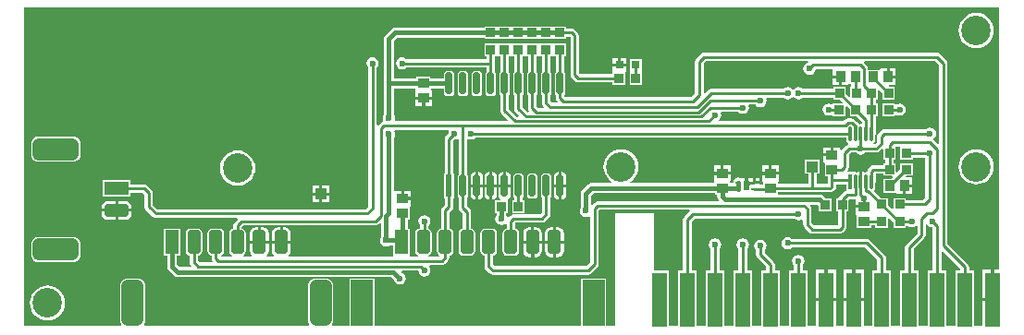
<source format=gtl>
G04*
G04 #@! TF.GenerationSoftware,Altium Limited,Altium Designer,18.0.9 (584)*
G04*
G04 Layer_Physical_Order=1*
G04 Layer_Color=255*
%FSLAX25Y25*%
%MOIN*%
G70*
G01*
G75*
%ADD12C,0.01500*%
%ADD13C,0.01000*%
G04:AMPARAMS|DCode=18|XSize=47.24mil|YSize=86.61mil|CornerRadius=11.81mil|HoleSize=0mil|Usage=FLASHONLY|Rotation=270.000|XOffset=0mil|YOffset=0mil|HoleType=Round|Shape=RoundedRectangle|*
%AMROUNDEDRECTD18*
21,1,0.04724,0.06299,0,0,270.0*
21,1,0.02362,0.08661,0,0,270.0*
1,1,0.02362,-0.03150,-0.01181*
1,1,0.02362,-0.03150,0.01181*
1,1,0.02362,0.03150,0.01181*
1,1,0.02362,0.03150,-0.01181*
%
%ADD18ROUNDEDRECTD18*%
%ADD19R,0.08661X0.04724*%
G04:AMPARAMS|DCode=20|XSize=78.74mil|YSize=165.35mil|CornerRadius=19.68mil|HoleSize=0mil|Usage=FLASHONLY|Rotation=270.000|XOffset=0mil|YOffset=0mil|HoleType=Round|Shape=RoundedRectangle|*
%AMROUNDEDRECTD20*
21,1,0.07874,0.12598,0,0,270.0*
21,1,0.03937,0.16535,0,0,270.0*
1,1,0.03937,-0.06299,-0.01968*
1,1,0.03937,-0.06299,0.01968*
1,1,0.03937,0.06299,0.01968*
1,1,0.03937,0.06299,-0.01968*
%
%ADD20ROUNDEDRECTD20*%
G04:AMPARAMS|DCode=21|XSize=47.24mil|YSize=86.61mil|CornerRadius=11.81mil|HoleSize=0mil|Usage=FLASHONLY|Rotation=0.000|XOffset=0mil|YOffset=0mil|HoleType=Round|Shape=RoundedRectangle|*
%AMROUNDEDRECTD21*
21,1,0.04724,0.06299,0,0,0.0*
21,1,0.02362,0.08661,0,0,0.0*
1,1,0.02362,0.01181,-0.03150*
1,1,0.02362,-0.01181,-0.03150*
1,1,0.02362,-0.01181,0.03150*
1,1,0.02362,0.01181,0.03150*
%
%ADD21ROUNDEDRECTD21*%
%ADD22R,0.07874X0.16535*%
%ADD23R,0.04724X0.08661*%
%ADD24R,0.03937X0.03543*%
%ADD25R,0.05512X0.19685*%
%ADD26R,0.03347X0.03347*%
%ADD27R,0.03347X0.03347*%
%ADD28R,0.03543X0.03937*%
G04:AMPARAMS|DCode=29|XSize=23.62mil|YSize=78.74mil|CornerRadius=5.91mil|HoleSize=0mil|Usage=FLASHONLY|Rotation=0.000|XOffset=0mil|YOffset=0mil|HoleType=Round|Shape=RoundedRectangle|*
%AMROUNDEDRECTD29*
21,1,0.02362,0.06693,0,0,0.0*
21,1,0.01181,0.07874,0,0,0.0*
1,1,0.01181,0.00591,-0.03347*
1,1,0.01181,-0.00591,-0.03347*
1,1,0.01181,-0.00591,0.03347*
1,1,0.01181,0.00591,0.03347*
%
%ADD29ROUNDEDRECTD29*%
%ADD30R,0.02362X0.07874*%
G04:AMPARAMS|DCode=31|XSize=78.74mil|YSize=165.35mil|CornerRadius=19.68mil|HoleSize=0mil|Usage=FLASHONLY|Rotation=0.000|XOffset=0mil|YOffset=0mil|HoleType=Round|Shape=RoundedRectangle|*
%AMROUNDEDRECTD31*
21,1,0.07874,0.12598,0,0,0.0*
21,1,0.03937,0.16535,0,0,0.0*
1,1,0.03937,0.01968,-0.06299*
1,1,0.03937,-0.01968,-0.06299*
1,1,0.03937,-0.01968,0.06299*
1,1,0.03937,0.01968,0.06299*
%
%ADD31ROUNDEDRECTD31*%
%ADD32R,0.03150X0.03150*%
%ADD33R,0.01181X0.05709*%
%ADD34O,0.01181X0.05709*%
%ADD35R,0.01968X0.00984*%
%ADD36R,0.01968X0.03386*%
%ADD58R,0.03937X0.03937*%
%ADD59C,0.10630*%
%ADD60C,0.02362*%
G36*
X192998Y93257D02*
X192815Y92984D01*
X192723Y92520D01*
Y85827D01*
X192815Y85362D01*
X192998Y85089D01*
Y84016D01*
X193115Y83430D01*
X193446Y82934D01*
X193680Y82700D01*
X193489Y82238D01*
X191578D01*
X191057Y82759D01*
Y85089D01*
X191240Y85362D01*
X191332Y85827D01*
Y92520D01*
X191240Y92984D01*
X191057Y93257D01*
Y99105D01*
X191801D01*
Y99105D01*
X192254D01*
Y99105D01*
X192998D01*
Y93257D01*
D02*
G37*
G36*
X187998D02*
X187815Y92984D01*
X187723Y92520D01*
Y85827D01*
X187815Y85362D01*
X187998Y85089D01*
Y82126D01*
X188115Y81541D01*
X188446Y81045D01*
X188759Y80731D01*
X188568Y80270D01*
X186657D01*
X186057Y80870D01*
Y85089D01*
X186240Y85362D01*
X186332Y85827D01*
Y92520D01*
X186240Y92984D01*
X186057Y93257D01*
Y99105D01*
X186801D01*
Y99105D01*
X187254D01*
Y99105D01*
X187998D01*
Y93257D01*
D02*
G37*
G36*
X182998D02*
X182816Y92984D01*
X182723Y92520D01*
Y85827D01*
X182816Y85362D01*
X182998Y85089D01*
Y80236D01*
X183115Y79651D01*
X183340Y79314D01*
X183145Y78808D01*
X182816Y78767D01*
X181057Y80526D01*
Y85089D01*
X181240Y85362D01*
X181332Y85827D01*
Y92520D01*
X181240Y92984D01*
X181057Y93257D01*
Y99105D01*
X181801D01*
Y99105D01*
X182254D01*
Y99105D01*
X182998D01*
Y93257D01*
D02*
G37*
G36*
X177998D02*
X177815Y92984D01*
X177723Y92520D01*
Y85827D01*
X177815Y85362D01*
X177998Y85089D01*
Y79893D01*
X178115Y79308D01*
X178446Y78812D01*
X179726Y77531D01*
X179535Y77070D01*
X179005D01*
X176057Y80018D01*
Y85089D01*
X176240Y85362D01*
X176332Y85827D01*
Y92520D01*
X176240Y92984D01*
X176057Y93257D01*
Y99105D01*
X176801D01*
Y99105D01*
X177254D01*
Y99105D01*
X177998D01*
Y93257D01*
D02*
G37*
G36*
X352801Y33465D02*
Y21866D01*
X350894D01*
Y11024D01*
X350394D01*
Y10524D01*
X346638D01*
Y1529D01*
X343750D01*
Y21466D01*
X341923D01*
Y22795D01*
X341807Y23381D01*
X341475Y23877D01*
X334207Y31145D01*
Y96457D01*
X334090Y97042D01*
X333759Y97538D01*
X331471Y99826D01*
X330975Y100157D01*
X330390Y100274D01*
X246382D01*
X245797Y100157D01*
X245300Y99826D01*
X243649Y98174D01*
X243317Y97677D01*
X243201Y97092D01*
Y85509D01*
X241898Y84207D01*
X196500D01*
X196057Y84649D01*
Y85089D01*
X196240Y85362D01*
X196332Y85827D01*
Y92520D01*
X196240Y92984D01*
X196057Y93257D01*
Y99105D01*
X196801D01*
Y103651D01*
X192254D01*
Y103651D01*
X191801D01*
Y103651D01*
X187254D01*
Y103651D01*
X186801D01*
Y103651D01*
X182254D01*
Y103651D01*
X181801D01*
Y103651D01*
X177254D01*
Y103651D01*
X176801D01*
Y103651D01*
X172301D01*
X172254Y103651D01*
X171801D01*
X171754Y103651D01*
X167254D01*
Y99105D01*
X167998D01*
Y97986D01*
X139263D01*
X139234Y98029D01*
X138513Y98511D01*
X137662Y98681D01*
X136811Y98511D01*
X136090Y98029D01*
X135608Y97308D01*
X135438Y96457D01*
X135608Y95606D01*
X136090Y94884D01*
X136811Y94402D01*
X137662Y94233D01*
X138513Y94402D01*
X139234Y94884D01*
X139263Y94927D01*
X167998D01*
Y93257D01*
X167815Y92984D01*
X167723Y92520D01*
Y85827D01*
X167815Y85362D01*
X168079Y84968D01*
X168473Y84705D01*
X168937Y84613D01*
X170118D01*
X170583Y84705D01*
X170976Y84968D01*
X171240Y85362D01*
X171332Y85827D01*
Y92520D01*
X171240Y92984D01*
X171057Y93257D01*
Y96457D01*
Y99105D01*
X171754D01*
X171801Y99105D01*
X172254D01*
X172301Y99105D01*
X172998D01*
Y93257D01*
X172816Y92984D01*
X172723Y92520D01*
Y85827D01*
X172816Y85362D01*
X172998Y85089D01*
Y79384D01*
X173115Y78799D01*
X173446Y78303D01*
X175818Y75932D01*
X175626Y75470D01*
X135158D01*
X134963Y75834D01*
X134938Y75970D01*
X135098Y76772D01*
X134929Y77623D01*
X134658Y78027D01*
Y87389D01*
X142353D01*
X142445Y87297D01*
X142377Y86672D01*
X142307Y86630D01*
X142307Y86560D01*
X142307Y86560D01*
Y84358D01*
X148244D01*
Y86560D01*
X148244Y86560D01*
Y86630D01*
X148174Y86672D01*
X148106Y87297D01*
X148198Y87389D01*
X152723D01*
Y85827D01*
X152815Y85362D01*
X153079Y84968D01*
X153472Y84705D01*
X153937Y84613D01*
X155118D01*
X155583Y84705D01*
X155976Y84968D01*
X156240Y85362D01*
X156332Y85827D01*
Y92520D01*
X156240Y92984D01*
X155976Y93378D01*
X155583Y93641D01*
X155118Y93734D01*
X153937D01*
X153472Y93641D01*
X153079Y93378D01*
X152815Y92984D01*
X152723Y92520D01*
Y90957D01*
X147844D01*
Y91545D01*
X142707D01*
Y90957D01*
X134658D01*
Y104576D01*
X135778Y105696D01*
X167254D01*
Y105207D01*
X171801D01*
Y105207D01*
X172254D01*
Y105207D01*
X176801D01*
Y105207D01*
X177254D01*
Y105207D01*
X181801D01*
Y105207D01*
X182254D01*
Y105207D01*
X186801D01*
Y105207D01*
X187254D01*
Y105207D01*
X191801D01*
Y105207D01*
X192254D01*
Y105207D01*
X196801D01*
Y105951D01*
X198185D01*
X198274Y105863D01*
Y92264D01*
X198390Y91679D01*
X198722Y91183D01*
X199951Y89954D01*
X200447Y89622D01*
X201032Y89506D01*
X213513D01*
Y88762D01*
X218059D01*
Y93248D01*
X218488D01*
Y95323D01*
X215913D01*
X213338D01*
Y93248D01*
X213513D01*
Y92565D01*
X201666D01*
X201332Y92898D01*
Y106496D01*
X201216Y107081D01*
X200885Y107578D01*
X199900Y108562D01*
X199404Y108893D01*
X198819Y109010D01*
X196801D01*
Y109754D01*
X192254D01*
Y109754D01*
X191801D01*
Y109754D01*
X187254D01*
Y109754D01*
X186801D01*
Y109754D01*
X182254D01*
Y109754D01*
X181801D01*
Y109754D01*
X177254D01*
Y109754D01*
X176801D01*
Y109754D01*
X172254D01*
Y109754D01*
X171801D01*
Y109754D01*
X167254D01*
Y109265D01*
X135039D01*
X134356Y109129D01*
X133778Y108742D01*
X133778Y108742D01*
X131612Y106577D01*
X131226Y105998D01*
X131090Y105315D01*
Y78027D01*
X130819Y77623D01*
X130650Y76772D01*
X130819Y75921D01*
X130579Y75380D01*
X130441Y75353D01*
X129945Y75022D01*
X128998Y74074D01*
X128498Y74281D01*
Y94855D01*
X128541Y94884D01*
X129023Y95606D01*
X129192Y96457D01*
X129023Y97308D01*
X128541Y98029D01*
X127820Y98511D01*
X126969Y98681D01*
X126118Y98511D01*
X125396Y98029D01*
X124914Y97308D01*
X124745Y96457D01*
X124914Y95606D01*
X125396Y94884D01*
X125439Y94855D01*
Y44659D01*
X124453Y43673D01*
X49543D01*
X47789Y45427D01*
Y49713D01*
X47673Y50298D01*
X47341Y50794D01*
X45855Y52280D01*
X45359Y52612D01*
X44773Y52728D01*
X39694D01*
Y54161D01*
X29833D01*
Y48237D01*
X39694D01*
Y49670D01*
X44140D01*
X44730Y49079D01*
Y44793D01*
X44847Y44208D01*
X45178Y43712D01*
X47828Y41063D01*
X48324Y40731D01*
X48909Y40615D01*
X78099D01*
X78306Y40115D01*
X77265Y39074D01*
X76933Y38577D01*
X76817Y37992D01*
Y36707D01*
X76470Y36638D01*
X75881Y36245D01*
X75488Y35656D01*
X75349Y34961D01*
Y28661D01*
X75488Y27966D01*
X75881Y27377D01*
X76402Y27029D01*
X76393Y26752D01*
X76319Y26529D01*
X72500D01*
X72426Y26752D01*
X72417Y27029D01*
X72938Y27377D01*
X73331Y27966D01*
X73470Y28661D01*
Y34961D01*
X73331Y35656D01*
X72938Y36245D01*
X72348Y36638D01*
X71653Y36777D01*
X69291D01*
X68596Y36638D01*
X68007Y36245D01*
X67614Y35656D01*
X67475Y34961D01*
Y28661D01*
X67614Y27966D01*
X68007Y27377D01*
X68596Y26984D01*
X68943Y26915D01*
Y25984D01*
X69059Y25399D01*
X69285Y25061D01*
X69071Y24561D01*
X64807D01*
X64128Y25240D01*
Y26915D01*
X64474Y26984D01*
X65064Y27377D01*
X65457Y27966D01*
X65596Y28661D01*
Y34961D01*
X65457Y35656D01*
X65064Y36245D01*
X64474Y36638D01*
X63779Y36777D01*
X61417D01*
X60722Y36638D01*
X60133Y36245D01*
X59740Y35656D01*
X59601Y34961D01*
Y28661D01*
X59740Y27966D01*
X60133Y27377D01*
X60722Y26984D01*
X61069Y26915D01*
Y24606D01*
X61185Y24021D01*
X61517Y23525D01*
X61733Y23309D01*
X61541Y22847D01*
X57432D01*
X56509Y23771D01*
Y26880D01*
X57687D01*
Y36742D01*
X51762D01*
Y26880D01*
X52940D01*
Y23031D01*
X53076Y22349D01*
X53463Y21770D01*
X55431Y19801D01*
X56010Y19414D01*
X56693Y19279D01*
X56693Y19279D01*
X133710D01*
X134662Y18327D01*
X134757Y17850D01*
X135239Y17128D01*
X135960Y16646D01*
X136811Y16477D01*
X137662Y16646D01*
X138383Y17128D01*
X138866Y17850D01*
X139035Y18701D01*
X138866Y19552D01*
X138383Y20273D01*
X137662Y20755D01*
X137413Y20805D01*
X137292Y21002D01*
X137571Y21502D01*
X143476D01*
X143615Y20802D01*
X144097Y20081D01*
X144818Y19599D01*
X145669Y19430D01*
X146520Y19599D01*
X147242Y20081D01*
X147724Y20802D01*
X147893Y21654D01*
X147724Y22505D01*
X147412Y22971D01*
X147680Y23471D01*
X151969D01*
X152554Y23587D01*
X153050Y23919D01*
X154231Y25100D01*
X154563Y25596D01*
X154679Y26181D01*
Y26915D01*
X155026Y26984D01*
X155615Y27377D01*
X156009Y27966D01*
X156147Y28661D01*
Y34961D01*
X156009Y35656D01*
X155615Y36245D01*
X155026Y36638D01*
X154679Y36707D01*
Y42674D01*
X155609Y43604D01*
X155940Y44100D01*
X156057Y44685D01*
Y47628D01*
X156309D01*
Y56702D01*
X156057D01*
Y68462D01*
X156445Y68850D01*
X156496Y68840D01*
X157347Y69010D01*
X157478Y69097D01*
X157919Y68862D01*
Y56132D01*
X157816Y55976D01*
X157723Y55512D01*
Y48819D01*
X157816Y48354D01*
X157998Y48081D01*
Y44213D01*
X158115Y43627D01*
X158446Y43131D01*
X159494Y42083D01*
Y36707D01*
X159148Y36638D01*
X158558Y36245D01*
X158165Y35656D01*
X158027Y34961D01*
Y28661D01*
X158165Y27966D01*
X158558Y27377D01*
X159148Y26984D01*
X159843Y26845D01*
X162205D01*
X162900Y26984D01*
X163489Y27377D01*
X163883Y27966D01*
X164021Y28661D01*
Y34961D01*
X163883Y35656D01*
X163489Y36245D01*
X162900Y36638D01*
X162553Y36707D01*
Y42717D01*
X162437Y43302D01*
X162105Y43798D01*
X161057Y44846D01*
Y48081D01*
X161240Y48354D01*
X161332Y48819D01*
Y55512D01*
X161240Y55976D01*
X160978Y56367D01*
Y68862D01*
X161419Y69097D01*
X161550Y69010D01*
X162402Y68840D01*
X163253Y69010D01*
X163974Y69492D01*
X164003Y69535D01*
X297723D01*
Y68800D01*
X297815Y68336D01*
X298079Y67942D01*
X298472Y67679D01*
X298527Y67668D01*
Y67158D01*
X298144Y67082D01*
X297648Y66751D01*
X296074Y65177D01*
X295989Y65050D01*
X295489Y65202D01*
Y66075D01*
X293021D01*
Y63303D01*
X292521D01*
Y62803D01*
X289552D01*
Y60601D01*
X289552Y60601D01*
Y60531D01*
X289952Y60290D01*
X289952Y60031D01*
Y55616D01*
X290991D01*
Y52908D01*
X286963D01*
Y56487D01*
X288002D01*
Y61624D01*
X282865D01*
Y56487D01*
X283904D01*
Y52908D01*
X273316D01*
X273004Y53220D01*
X273042Y53729D01*
X273362Y53922D01*
X273362Y53992D01*
X273362Y53992D01*
Y56194D01*
X270394D01*
X267425D01*
Y53992D01*
X267425Y53992D01*
Y53922D01*
X267825Y53681D01*
X267825Y53422D01*
Y52514D01*
X266466D01*
Y52846D01*
X264482D01*
Y53347D01*
X263982D01*
Y54839D01*
X263651D01*
Y54858D01*
X262167D01*
Y52165D01*
X261167D01*
Y54858D01*
X259700D01*
X259495Y54995D01*
X258813Y55131D01*
X258130Y54995D01*
X257551Y54608D01*
X257438Y54439D01*
X257228D01*
Y54125D01*
X257164Y54029D01*
X257028Y53347D01*
Y53163D01*
X255875D01*
X255783Y53255D01*
X255851Y53880D01*
X255921Y53922D01*
X255921Y53992D01*
X255921Y53992D01*
Y56194D01*
X252953D01*
X249984D01*
Y53992D01*
X249984Y53992D01*
Y53922D01*
X250054Y53880D01*
X250122Y53255D01*
X250031Y53163D01*
X219977D01*
X219852Y53663D01*
X220068Y53779D01*
X221029Y54568D01*
X221819Y55530D01*
X222405Y56627D01*
X222766Y57817D01*
X222888Y59055D01*
X222766Y60293D01*
X222405Y61484D01*
X221819Y62581D01*
X221029Y63542D01*
X220068Y64331D01*
X218971Y64918D01*
X217780Y65279D01*
X216543Y65401D01*
X215305Y65279D01*
X214114Y64918D01*
X213017Y64331D01*
X212056Y63542D01*
X211266Y62581D01*
X210680Y61484D01*
X210319Y60293D01*
X210197Y59055D01*
X210319Y57817D01*
X210680Y56627D01*
X211266Y55530D01*
X212056Y54568D01*
X213017Y53779D01*
X213233Y53663D01*
X213108Y53163D01*
X205834D01*
X205151Y53028D01*
X204572Y52641D01*
X204572Y52641D01*
X202539Y50608D01*
X202152Y50029D01*
X202016Y49346D01*
Y44430D01*
X201746Y44025D01*
X201577Y43174D01*
X201746Y42323D01*
X202228Y41602D01*
X202949Y41120D01*
X203800Y40951D01*
X204651Y41120D01*
X204907Y41290D01*
X205407Y41023D01*
Y24499D01*
X204091Y23183D01*
X170909D01*
X170427Y23665D01*
Y26915D01*
X170774Y26984D01*
X171363Y27377D01*
X171756Y27966D01*
X171895Y28661D01*
Y34961D01*
X171756Y35656D01*
X171363Y36245D01*
X170774Y36638D01*
X170079Y36777D01*
X167717D01*
X167022Y36638D01*
X166432Y36245D01*
X166039Y35656D01*
X165901Y34961D01*
Y28661D01*
X166039Y27966D01*
X166432Y27377D01*
X167022Y26984D01*
X167368Y26915D01*
Y23031D01*
X167485Y22446D01*
X167816Y21950D01*
X169194Y20572D01*
X169690Y20241D01*
X170276Y20124D01*
X204724D01*
X205310Y20241D01*
X205806Y20572D01*
X205806Y20572D01*
X208018Y22784D01*
X208349Y23280D01*
X208466Y23865D01*
Y43310D01*
X208651Y43496D01*
X241088D01*
X241239Y42996D01*
X241202Y42971D01*
X239312Y41081D01*
X238981Y40585D01*
X238864Y40000D01*
Y21466D01*
X237038D01*
Y1529D01*
X233750D01*
Y21466D01*
X228257D01*
X228257Y41912D01*
X228257Y42234D01*
X228346Y42323D01*
X228257Y42412D01*
X227831Y42412D01*
X214567D01*
Y1529D01*
X211230D01*
Y18710D01*
X202156D01*
Y1529D01*
X127765D01*
Y18710D01*
X118691D01*
Y1529D01*
X112559D01*
X112312Y2029D01*
X112480Y2248D01*
X112739Y2873D01*
X112827Y3543D01*
Y16142D01*
X112739Y16812D01*
X112480Y17437D01*
X112068Y17974D01*
X111532Y18385D01*
X110907Y18644D01*
X110236Y18732D01*
X106299D01*
X105629Y18644D01*
X105004Y18385D01*
X104467Y17974D01*
X104056Y17437D01*
X103797Y16812D01*
X103709Y16142D01*
Y3543D01*
X103797Y2873D01*
X104056Y2248D01*
X104223Y2029D01*
X103977Y1529D01*
X44842D01*
X44596Y2029D01*
X44763Y2248D01*
X45022Y2873D01*
X45110Y3543D01*
Y16142D01*
X45022Y16812D01*
X44763Y17437D01*
X44352Y17974D01*
X43815Y18385D01*
X43190Y18644D01*
X42520Y18732D01*
X38583D01*
X37912Y18644D01*
X37287Y18385D01*
X36751Y17974D01*
X36339Y17437D01*
X36080Y16812D01*
X35992Y16142D01*
Y3543D01*
X36080Y2873D01*
X36339Y2248D01*
X36507Y2029D01*
X36260Y1529D01*
X1529D01*
Y116581D01*
X352801D01*
Y33465D01*
D02*
G37*
G36*
X284057Y96715D02*
X284009Y96624D01*
X283598Y96543D01*
X282876Y96061D01*
X282394Y95339D01*
X282225Y94488D01*
X282394Y93637D01*
X282876Y92916D01*
X283598Y92434D01*
X284449Y92264D01*
X285300Y92434D01*
X286021Y92916D01*
X286503Y93637D01*
X286634Y94294D01*
X292819D01*
Y92036D01*
X295590D01*
Y91536D01*
X296091D01*
Y88567D01*
X298362D01*
X298534Y88967D01*
X299376D01*
Y87903D01*
X299105D01*
Y84617D01*
X298643Y84426D01*
X297549Y85520D01*
Y87903D01*
X293002D01*
Y87159D01*
X282113D01*
X282084Y87202D01*
X281363Y87685D01*
X280512Y87854D01*
X279661Y87685D01*
X278939Y87202D01*
X278793Y86984D01*
X278293D01*
X278147Y87202D01*
X277426Y87685D01*
X276575Y87854D01*
X275724Y87685D01*
X275002Y87202D01*
X274974Y87159D01*
X248951D01*
X248366Y87043D01*
X247870Y86711D01*
X246721Y85563D01*
X246259Y85754D01*
Y96459D01*
X247015Y97215D01*
X283757D01*
X284057Y96715D01*
D02*
G37*
G36*
X278939Y84057D02*
X279661Y83575D01*
X280512Y83406D01*
X281363Y83575D01*
X282084Y84057D01*
X282113Y84101D01*
X293002D01*
Y83357D01*
X295386D01*
X296283Y82460D01*
X296092Y81998D01*
X292806D01*
Y81898D01*
X292365Y81662D01*
X292190Y81779D01*
X291339Y81948D01*
X290488Y81779D01*
X289766Y81297D01*
X289284Y80575D01*
X289115Y79724D01*
X289284Y78873D01*
X289766Y78152D01*
X290488Y77670D01*
X291339Y77501D01*
X292190Y77670D01*
X292365Y77787D01*
X292806Y77551D01*
Y77451D01*
X297352D01*
Y80737D01*
X297814Y80929D01*
X298908Y79835D01*
Y77451D01*
X301291D01*
X303313Y75429D01*
Y74849D01*
X302927Y74531D01*
X302874Y74542D01*
X302410Y74449D01*
X302327Y74484D01*
X302319Y74525D01*
X301987Y75022D01*
X301491Y75353D01*
X301459Y75359D01*
X300719Y76100D01*
X300222Y76432D01*
X299637Y76548D01*
X298237D01*
X297652Y76432D01*
X297155Y76100D01*
X296525Y75470D01*
X251798D01*
X251646Y75970D01*
X251966Y76183D01*
X252448Y76905D01*
X252618Y77756D01*
X252488Y78408D01*
X252803Y78908D01*
X258792D01*
X258821Y78865D01*
X259543Y78382D01*
X260394Y78213D01*
X261245Y78382D01*
X261966Y78865D01*
X262448Y79586D01*
X262617Y80437D01*
X262488Y81089D01*
X262803Y81589D01*
X264915D01*
X265160Y81223D01*
X265881Y80741D01*
X266732Y80572D01*
X267583Y80741D01*
X268305Y81223D01*
X268787Y81944D01*
X268956Y82795D01*
X268796Y83600D01*
X268815Y83729D01*
X269014Y84101D01*
X274974D01*
X275002Y84057D01*
X275724Y83575D01*
X276575Y83406D01*
X277426Y83575D01*
X278147Y84057D01*
X278293Y84276D01*
X278793D01*
X278939Y84057D01*
D02*
G37*
G36*
X331148Y95823D02*
Y67338D01*
X330686Y67146D01*
X329150Y68682D01*
X329213Y69326D01*
X329462Y69492D01*
X329944Y70213D01*
X330113Y71064D01*
X329944Y71915D01*
X329462Y72637D01*
X328740Y73119D01*
X327889Y73288D01*
X327038Y73119D01*
X326317Y72637D01*
X326288Y72594D01*
X311475D01*
X310890Y72477D01*
X310394Y72146D01*
X309202Y70954D01*
X308870Y70458D01*
X308754Y69872D01*
Y68046D01*
X308006Y67298D01*
X307469Y67350D01*
X307299Y67662D01*
X307305Y67699D01*
X307669Y67942D01*
X307932Y68336D01*
X308025Y68800D01*
Y70181D01*
X308224Y70479D01*
X308340Y71064D01*
Y77451D01*
X309084D01*
Y81998D01*
X308340D01*
Y83357D01*
X309084D01*
Y86643D01*
X309546Y86834D01*
X310640Y85740D01*
Y83357D01*
X315187D01*
Y87903D01*
X313053D01*
X312930Y88067D01*
X313181Y88567D01*
X315566D01*
Y91035D01*
X312794D01*
Y91535D01*
X312294D01*
Y94504D01*
X310022D01*
X309851Y94104D01*
X305550D01*
Y94601D01*
X305434Y95187D01*
X305102Y95683D01*
X304070Y96715D01*
X304277Y97215D01*
X329756D01*
X331148Y95823D01*
D02*
G37*
G36*
X311014Y65327D02*
Y61703D01*
X311758D01*
Y60344D01*
X311014D01*
Y59600D01*
X307479D01*
X306894Y59484D01*
X306398Y59152D01*
X305730Y58484D01*
X305398Y57988D01*
X305282Y57403D01*
X305016Y57184D01*
X304842Y57219D01*
X304378Y57127D01*
X304143Y56969D01*
X304021Y57152D01*
X303495Y57503D01*
X303374Y57527D01*
Y54049D01*
X303313Y53741D01*
X302435D01*
X302374Y54049D01*
Y57527D01*
X302253Y57503D01*
X301727Y57152D01*
X301605Y56969D01*
X301370Y57127D01*
X300905Y57219D01*
X300628Y57164D01*
X300128Y57196D01*
X300128Y57196D01*
X300128Y57196D01*
X298289D01*
X298082Y57696D01*
X298237Y57851D01*
X298568Y58347D01*
X298685Y58932D01*
Y63462D01*
X299363Y64140D01*
X301273D01*
X301302Y64097D01*
X302023Y63615D01*
X302874Y63446D01*
X303725Y63615D01*
X304447Y64097D01*
X304475Y64140D01*
X308540D01*
X309125Y64256D01*
X309622Y64588D01*
X310552Y65519D01*
X311014Y65327D01*
D02*
G37*
G36*
X317116Y66250D02*
Y61703D01*
X321663D01*
Y62447D01*
X326155D01*
X326183Y62404D01*
X326226Y62375D01*
Y47878D01*
X325351Y47002D01*
X319202D01*
Y47746D01*
X314656D01*
Y44026D01*
X314194Y43835D01*
X312667Y45362D01*
Y47746D01*
X310283D01*
X307646Y50383D01*
X307669Y50619D01*
X307932Y51013D01*
X308025Y51477D01*
Y52858D01*
X308224Y53156D01*
X308340Y53741D01*
Y56542D01*
X311014D01*
Y55798D01*
X314104D01*
X314295Y55336D01*
X313693Y54734D01*
X310916D01*
Y49597D01*
X315659D01*
X315831Y49197D01*
X318102D01*
Y52165D01*
X318602D01*
Y52665D01*
X321374D01*
Y55134D01*
X319461D01*
X319210Y55634D01*
X319332Y55798D01*
X321663D01*
Y60344D01*
X317116D01*
Y58157D01*
X316023Y57063D01*
X315561Y57255D01*
Y60344D01*
X314817D01*
Y61703D01*
X315561D01*
Y66250D01*
X316005Y66384D01*
X316672D01*
X317116Y66250D01*
D02*
G37*
G36*
X250384Y49007D02*
X251168D01*
Y48228D01*
X251304Y47545D01*
X251632Y47055D01*
X251476Y46555D01*
X208018D01*
X207432Y46438D01*
X206936Y46107D01*
X206085Y45255D01*
X205585Y45463D01*
Y48607D01*
X206573Y49595D01*
X250384D01*
Y49007D01*
D02*
G37*
G36*
X297746Y50425D02*
X297368Y50350D01*
X296871Y50019D01*
X295178Y48325D01*
X294847Y47829D01*
X294791Y47549D01*
X293987D01*
Y43002D01*
X294730D01*
Y38035D01*
X294642Y37947D01*
X286067D01*
X285191Y38822D01*
Y43830D01*
X285074Y44415D01*
X284743Y44911D01*
X284656Y44998D01*
X284847Y45460D01*
X287450D01*
X287884Y45026D01*
Y43002D01*
X292431D01*
Y47549D01*
X290408D01*
X289451Y48506D01*
X288872Y48893D01*
X288189Y49028D01*
X272962D01*
Y49850D01*
X291936D01*
X292521Y49966D01*
X293017Y50298D01*
X293602Y50883D01*
X293934Y51379D01*
X294050Y51964D01*
Y52605D01*
X297746D01*
Y50425D01*
D02*
G37*
G36*
X300686Y47408D02*
X300905Y47408D01*
X301165Y46949D01*
Y45185D01*
X304134D01*
Y44185D01*
X301165D01*
Y41913D01*
X301565Y41742D01*
Y36998D01*
X306702D01*
Y37841D01*
X308120D01*
Y37097D01*
X312667D01*
Y40383D01*
X313129Y40574D01*
X314656Y39047D01*
Y37097D01*
X319202D01*
Y37692D01*
X319702Y37788D01*
X320409Y37315D01*
X321260Y37146D01*
X322111Y37315D01*
X322774Y37758D01*
X323274Y37627D01*
Y35043D01*
X319312Y31081D01*
X318981Y30585D01*
X318864Y30000D01*
Y21466D01*
X317038D01*
Y1529D01*
X313750D01*
Y21466D01*
X311923D01*
Y26221D01*
X311807Y26806D01*
X311475Y27302D01*
X306200Y32577D01*
X305703Y32909D01*
X305118Y33026D01*
X278176D01*
X278147Y33068D01*
X277426Y33551D01*
X276575Y33720D01*
X275724Y33551D01*
X275002Y33068D01*
X274520Y32347D01*
X274351Y31496D01*
X274520Y30645D01*
X275002Y29924D01*
X275724Y29441D01*
X276575Y29272D01*
X277426Y29441D01*
X278147Y29924D01*
X278176Y29967D01*
X304485D01*
X308864Y25587D01*
Y21466D01*
X307038D01*
Y1529D01*
X304150D01*
Y10524D01*
X300394D01*
Y11024D01*
D01*
Y10524D01*
X296638D01*
Y1529D01*
X294150D01*
Y10524D01*
X290394D01*
X286638D01*
Y1529D01*
X283750D01*
Y21466D01*
X281923D01*
Y23399D01*
X281966Y23427D01*
X282448Y24149D01*
X282617Y25000D01*
X282448Y25851D01*
X281966Y26572D01*
X281245Y27055D01*
X280394Y27224D01*
X279543Y27055D01*
X278821Y26572D01*
X278339Y25851D01*
X278170Y25000D01*
X278339Y24149D01*
X278821Y23427D01*
X278864Y23399D01*
Y21466D01*
X277038D01*
Y1529D01*
X273750D01*
Y21466D01*
X271923D01*
Y23620D01*
X271807Y24205D01*
X271475Y24701D01*
X268262Y27915D01*
Y28910D01*
X268305Y28939D01*
X268787Y29661D01*
X268956Y30512D01*
X268787Y31363D01*
X268305Y32084D01*
X267583Y32566D01*
X266732Y32736D01*
X265881Y32566D01*
X265160Y32084D01*
X264678Y31363D01*
X264508Y30512D01*
X264678Y29661D01*
X265160Y28939D01*
X265203Y28910D01*
Y27281D01*
X265319Y26696D01*
X265651Y26200D01*
X268864Y22986D01*
Y21466D01*
X267038D01*
Y1529D01*
X263750D01*
Y21466D01*
X261923D01*
Y29304D01*
X261966Y29333D01*
X262448Y30055D01*
X262617Y30906D01*
X262448Y31756D01*
X261966Y32478D01*
X261245Y32960D01*
X260394Y33129D01*
X259543Y32960D01*
X258821Y32478D01*
X258339Y31756D01*
X258170Y30906D01*
X258339Y30055D01*
X258821Y29333D01*
X258864Y29304D01*
Y21466D01*
X257038D01*
Y1529D01*
X253750D01*
Y21466D01*
X251923D01*
Y29304D01*
X251966Y29333D01*
X252448Y30055D01*
X252618Y30906D01*
X252448Y31756D01*
X251966Y32478D01*
X251245Y32960D01*
X250394Y33129D01*
X249543Y32960D01*
X248821Y32478D01*
X248339Y31756D01*
X248170Y30906D01*
X248339Y30055D01*
X248821Y29333D01*
X248864Y29304D01*
Y21466D01*
X247038D01*
Y1529D01*
X243750D01*
Y21466D01*
X241923D01*
Y39366D01*
X242917Y40360D01*
X278910D01*
X278939Y40317D01*
X279661Y39835D01*
X280512Y39666D01*
X281363Y39835D01*
X281632Y40015D01*
X282132Y39748D01*
Y38189D01*
X282248Y37604D01*
X282580Y37108D01*
X284352Y35336D01*
X284848Y35004D01*
X285433Y34888D01*
X295276D01*
X295861Y35004D01*
X296357Y35336D01*
X297341Y36320D01*
X297673Y36816D01*
X297789Y37402D01*
Y43002D01*
X298533D01*
Y46930D01*
X299011Y47408D01*
X300686D01*
D02*
G37*
G36*
X154478Y71970D02*
X154441Y71915D01*
X154272Y71064D01*
X154282Y71013D01*
X153446Y70177D01*
X153115Y69681D01*
X152998Y69096D01*
Y56702D01*
X152746D01*
Y47628D01*
X152998D01*
Y45318D01*
X152068Y44388D01*
X151737Y43892D01*
X151620Y43307D01*
Y36707D01*
X151274Y36638D01*
X150684Y36245D01*
X150291Y35656D01*
X150153Y34961D01*
Y28661D01*
X150291Y27966D01*
X150684Y27377D01*
X151159Y27060D01*
X151177Y27007D01*
X150938Y26529D01*
X147303D01*
X147229Y26752D01*
X147220Y27029D01*
X147741Y27377D01*
X148134Y27966D01*
X148273Y28661D01*
Y34961D01*
X148134Y35656D01*
X147741Y36245D01*
X147199Y36607D01*
Y37769D01*
X147242Y37798D01*
X147724Y38519D01*
X147893Y39370D01*
X147724Y40221D01*
X147242Y40943D01*
X146520Y41425D01*
X145669Y41594D01*
X144818Y41425D01*
X144097Y40943D01*
X143615Y40221D01*
X143446Y39370D01*
X143615Y38519D01*
X144097Y37798D01*
X144140Y37769D01*
Y36777D01*
X144095D01*
X143400Y36638D01*
X142810Y36245D01*
X142417Y35656D01*
X142279Y34961D01*
Y28661D01*
X142417Y27966D01*
X142810Y27377D01*
X143331Y27029D01*
X143322Y26752D01*
X143248Y26529D01*
X140718D01*
X140364Y26880D01*
Y36742D01*
X139580D01*
Y39951D01*
X140364D01*
X140364Y44625D01*
X140764Y44866D01*
X140764Y44936D01*
X140764Y44936D01*
Y47138D01*
X137795D01*
Y47638D01*
X137295D01*
Y50409D01*
X135158D01*
X134827Y50409D01*
X134658Y50840D01*
Y69611D01*
X134929Y70015D01*
X135098Y70866D01*
X134929Y71717D01*
X134760Y71970D01*
X134995Y72411D01*
X154242D01*
X154478Y71970D01*
D02*
G37*
G36*
X130105Y38707D02*
Y33736D01*
X129835Y33331D01*
X129666Y32480D01*
X129835Y31629D01*
X130317Y30908D01*
X131039Y30426D01*
X131890Y30257D01*
X132741Y30426D01*
X133145Y30696D01*
X134439D01*
Y26880D01*
X134085Y26529D01*
X96911D01*
X96759Y27029D01*
X96848Y27089D01*
X97330Y27810D01*
X97499Y28661D01*
Y31311D01*
X90690D01*
Y28661D01*
X90859Y27810D01*
X91341Y27089D01*
X91430Y27029D01*
X91278Y26529D01*
X89037D01*
X88885Y27029D01*
X88974Y27089D01*
X89456Y27810D01*
X89625Y28661D01*
Y31311D01*
X82815D01*
Y28661D01*
X82985Y27810D01*
X83467Y27089D01*
X83556Y27029D01*
X83404Y26529D01*
X80374D01*
X80300Y26752D01*
X80291Y27029D01*
X80812Y27377D01*
X81205Y27966D01*
X81344Y28661D01*
Y34961D01*
X81205Y35656D01*
X80812Y36245D01*
X80222Y36638D01*
X79876Y36707D01*
Y37359D01*
X80358Y37841D01*
X127953D01*
X128538Y37957D01*
X129034Y38289D01*
X129643Y38898D01*
X130105Y38707D01*
D02*
G37*
G36*
X327168Y37798D02*
X327889Y37315D01*
X328740Y37146D01*
X328864Y36661D01*
Y21466D01*
X327038D01*
Y1529D01*
X323750D01*
Y21466D01*
X321923D01*
Y29366D01*
X325885Y33328D01*
X326216Y33824D01*
X326332Y34409D01*
Y38148D01*
X326833Y38299D01*
X327168Y37798D01*
D02*
G37*
G36*
X338864Y22162D02*
Y21466D01*
X337038D01*
Y1529D01*
X333750D01*
Y21466D01*
X331923D01*
Y28450D01*
X332385Y28641D01*
X338864Y22162D01*
D02*
G37*
%LPC*%
G36*
X344488Y114613D02*
X343250Y114491D01*
X342060Y114130D01*
X340963Y113544D01*
X340001Y112755D01*
X339212Y111793D01*
X338626Y110696D01*
X338265Y109506D01*
X338143Y108268D01*
X338265Y107030D01*
X338626Y105839D01*
X339212Y104742D01*
X340001Y103781D01*
X340963Y102992D01*
X342060Y102405D01*
X343250Y102044D01*
X344488Y101922D01*
X345726Y102044D01*
X346917Y102405D01*
X348014Y102992D01*
X348975Y103781D01*
X349764Y104742D01*
X350351Y105839D01*
X350712Y107030D01*
X350834Y108268D01*
X350712Y109506D01*
X350351Y110696D01*
X349764Y111793D01*
X348975Y112755D01*
X348014Y113544D01*
X346917Y114130D01*
X345726Y114491D01*
X344488Y114613D01*
D02*
G37*
G36*
X218488Y98398D02*
X216413D01*
Y96323D01*
X218488D01*
Y98398D01*
D02*
G37*
G36*
X215413D02*
X213338D01*
Y96323D01*
X215413D01*
Y98398D01*
D02*
G37*
G36*
X223993Y97998D02*
X219644D01*
Y93648D01*
X219644D01*
X219615Y93309D01*
X219615D01*
X219615Y93160D01*
Y88762D01*
X224162D01*
Y93309D01*
X224162D01*
X223993Y93648D01*
Y97998D01*
D02*
G37*
G36*
X165118Y93734D02*
X163937D01*
X163472Y93641D01*
X163079Y93378D01*
X162815Y92984D01*
X162723Y92520D01*
Y85827D01*
X162815Y85362D01*
X163079Y84968D01*
X163472Y84705D01*
X163937Y84613D01*
X165118D01*
X165583Y84705D01*
X165976Y84968D01*
X166240Y85362D01*
X166332Y85827D01*
Y92520D01*
X166240Y92984D01*
X165976Y93378D01*
X165583Y93641D01*
X165118Y93734D01*
D02*
G37*
G36*
X160118D02*
X158937D01*
X158473Y93641D01*
X158079Y93378D01*
X157816Y92984D01*
X157723Y92520D01*
Y85827D01*
X157816Y85362D01*
X158079Y84968D01*
X158473Y84705D01*
X158937Y84613D01*
X160118D01*
X160583Y84705D01*
X160976Y84968D01*
X161240Y85362D01*
X161332Y85827D01*
Y92520D01*
X161240Y92984D01*
X160976Y93378D01*
X160583Y93641D01*
X160118Y93734D01*
D02*
G37*
G36*
X148244Y83358D02*
X145776D01*
Y81087D01*
X148244D01*
Y83358D01*
D02*
G37*
G36*
X144776D02*
X142307D01*
Y81087D01*
X144776D01*
Y83358D01*
D02*
G37*
G36*
X292021Y66075D02*
X289552D01*
Y63803D01*
X292021D01*
Y66075D01*
D02*
G37*
G36*
X19094Y69931D02*
X6496D01*
X5826Y69843D01*
X5201Y69584D01*
X4664Y69173D01*
X4253Y68636D01*
X3994Y68011D01*
X3905Y67341D01*
Y63404D01*
X3994Y62733D01*
X4253Y62108D01*
X4664Y61572D01*
X5201Y61160D01*
X5826Y60901D01*
X6496Y60813D01*
X19094D01*
X19765Y60901D01*
X20390Y61160D01*
X20926Y61572D01*
X21338Y62108D01*
X21597Y62733D01*
X21685Y63404D01*
Y67341D01*
X21597Y68011D01*
X21338Y68636D01*
X20926Y69173D01*
X20390Y69584D01*
X19765Y69843D01*
X19094Y69931D01*
D02*
G37*
G36*
X255921Y59466D02*
X253453D01*
Y57194D01*
X255921D01*
Y59466D01*
D02*
G37*
G36*
X273362D02*
X270894D01*
Y57194D01*
X273362D01*
Y59466D01*
D02*
G37*
G36*
X269894D02*
X267425D01*
Y57194D01*
X269894D01*
Y59466D01*
D02*
G37*
G36*
X252453D02*
X249984D01*
Y57194D01*
X252453D01*
Y59466D01*
D02*
G37*
G36*
X266466Y54839D02*
X264982D01*
Y53847D01*
X266466D01*
Y54839D01*
D02*
G37*
G36*
X344488Y65401D02*
X343250Y65279D01*
X342060Y64918D01*
X340963Y64331D01*
X340001Y63542D01*
X339212Y62581D01*
X338626Y61484D01*
X338265Y60293D01*
X338143Y59055D01*
X338265Y57817D01*
X338626Y56627D01*
X339212Y55530D01*
X340001Y54568D01*
X340963Y53779D01*
X342060Y53193D01*
X343250Y52832D01*
X344488Y52710D01*
X345726Y52832D01*
X346917Y53193D01*
X348014Y53779D01*
X348975Y54568D01*
X349764Y55530D01*
X350351Y56627D01*
X350712Y57817D01*
X350834Y59055D01*
X350712Y60293D01*
X350351Y61484D01*
X349764Y62581D01*
X348975Y63542D01*
X348014Y64331D01*
X346917Y64918D01*
X345726Y65279D01*
X344488Y65401D01*
D02*
G37*
G36*
X195118Y57134D02*
X195028D01*
Y52665D01*
X196740D01*
Y55512D01*
X196616Y56132D01*
X196265Y56659D01*
X195739Y57010D01*
X195118Y57134D01*
D02*
G37*
G36*
X194028D02*
X193937D01*
X193316Y57010D01*
X192790Y56659D01*
X192439Y56132D01*
X192315Y55512D01*
Y52665D01*
X194028D01*
Y57134D01*
D02*
G37*
G36*
X175118D02*
X175028D01*
Y52665D01*
X176740D01*
Y55512D01*
X176616Y56132D01*
X176265Y56659D01*
X175739Y57010D01*
X175118Y57134D01*
D02*
G37*
G36*
X174028D02*
X173937D01*
X173316Y57010D01*
X172790Y56659D01*
X172439Y56132D01*
X172315Y55512D01*
Y52665D01*
X174028D01*
Y57134D01*
D02*
G37*
G36*
X170118D02*
X170028D01*
Y52665D01*
X171740D01*
Y55512D01*
X171616Y56132D01*
X171265Y56659D01*
X170739Y57010D01*
X170118Y57134D01*
D02*
G37*
G36*
X169028D02*
X168937D01*
X168316Y57010D01*
X167790Y56659D01*
X167439Y56132D01*
X167315Y55512D01*
Y52665D01*
X169028D01*
Y57134D01*
D02*
G37*
G36*
X165118D02*
X165028D01*
Y52665D01*
X166740D01*
Y55512D01*
X166616Y56132D01*
X166265Y56659D01*
X165739Y57010D01*
X165118Y57134D01*
D02*
G37*
G36*
X164028D02*
X163937D01*
X163316Y57010D01*
X162790Y56659D01*
X162439Y56132D01*
X162315Y55512D01*
Y52665D01*
X164028D01*
Y57134D01*
D02*
G37*
G36*
X78347Y64928D02*
X77109Y64806D01*
X75918Y64445D01*
X74821Y63859D01*
X73860Y63070D01*
X73070Y62108D01*
X72484Y61011D01*
X72123Y59821D01*
X72001Y58583D01*
X72123Y57345D01*
X72484Y56154D01*
X73070Y55057D01*
X73860Y54096D01*
X74821Y53307D01*
X75918Y52720D01*
X77109Y52359D01*
X78347Y52237D01*
X79584Y52359D01*
X80775Y52720D01*
X81872Y53307D01*
X82833Y54096D01*
X83623Y55057D01*
X84209Y56154D01*
X84570Y57345D01*
X84692Y58583D01*
X84570Y59821D01*
X84209Y61011D01*
X83623Y62108D01*
X82833Y63070D01*
X81872Y63859D01*
X80775Y64445D01*
X79584Y64806D01*
X78347Y64928D01*
D02*
G37*
G36*
X111243Y52181D02*
X108775D01*
Y49713D01*
X111243D01*
Y52181D01*
D02*
G37*
G36*
X107775D02*
X105306D01*
Y49713D01*
X107775D01*
Y52181D01*
D02*
G37*
G36*
X185118Y56726D02*
X183937D01*
X183473Y56633D01*
X183079Y56370D01*
X182816Y55976D01*
X182723Y55512D01*
Y48819D01*
X182816Y48354D01*
X183079Y47961D01*
X183473Y47697D01*
X183937Y47605D01*
X185118D01*
X185583Y47697D01*
X185976Y47961D01*
X186240Y48354D01*
X186332Y48819D01*
Y55512D01*
X186240Y55976D01*
X185976Y56370D01*
X185583Y56633D01*
X185118Y56726D01*
D02*
G37*
G36*
X196740Y51665D02*
X195028D01*
Y47197D01*
X195118D01*
X195739Y47321D01*
X196265Y47672D01*
X196616Y48198D01*
X196740Y48819D01*
Y51665D01*
D02*
G37*
G36*
X194028D02*
X192315D01*
Y48819D01*
X192439Y48198D01*
X192790Y47672D01*
X193316Y47321D01*
X193937Y47197D01*
X194028D01*
Y51665D01*
D02*
G37*
G36*
X171740D02*
X170028D01*
Y47197D01*
X170118D01*
X170739Y47321D01*
X171265Y47672D01*
X171616Y48198D01*
X171740Y48819D01*
Y51665D01*
D02*
G37*
G36*
X169028D02*
X167315D01*
Y48819D01*
X167439Y48198D01*
X167790Y47672D01*
X168316Y47321D01*
X168937Y47197D01*
X169028D01*
Y51665D01*
D02*
G37*
G36*
X166740D02*
X165028D01*
Y47197D01*
X165118D01*
X165739Y47321D01*
X166265Y47672D01*
X166616Y48198D01*
X166740Y48819D01*
Y51665D01*
D02*
G37*
G36*
X164028D02*
X162315D01*
Y48819D01*
X162439Y48198D01*
X162790Y47672D01*
X163316Y47321D01*
X163937Y47197D01*
X164028D01*
Y51665D01*
D02*
G37*
G36*
X111243Y48713D02*
X108775D01*
Y46244D01*
X111243D01*
Y48713D01*
D02*
G37*
G36*
X107775D02*
X105306D01*
Y46244D01*
X107775D01*
Y48713D01*
D02*
G37*
G36*
X37913Y46730D02*
X35264D01*
Y43825D01*
X40137D01*
Y44506D01*
X39968Y45357D01*
X39486Y46079D01*
X38764Y46561D01*
X37913Y46730D01*
D02*
G37*
G36*
X34264D02*
X31614D01*
X30763Y46561D01*
X30042Y46079D01*
X29560Y45357D01*
X29390Y44506D01*
Y43825D01*
X34264D01*
Y46730D01*
D02*
G37*
G36*
X180118Y56726D02*
X178937D01*
X178472Y56633D01*
X178079Y56370D01*
X177815Y55976D01*
X177723Y55512D01*
Y48819D01*
X177815Y48354D01*
X177998Y48081D01*
Y46958D01*
X177254D01*
Y42412D01*
X181801D01*
Y46958D01*
X181057D01*
Y48081D01*
X181240Y48354D01*
X181332Y48819D01*
Y55512D01*
X181240Y55976D01*
X180976Y56370D01*
X180583Y56633D01*
X180118Y56726D01*
D02*
G37*
G36*
X190118D02*
X188937D01*
X188472Y56633D01*
X188079Y56370D01*
X187815Y55976D01*
X187723Y55512D01*
Y48819D01*
X187815Y48354D01*
X187998Y48081D01*
Y42523D01*
X187359Y41884D01*
X177756D01*
X177171Y41767D01*
X176674Y41436D01*
X176043Y40804D01*
X175500Y40969D01*
X175480Y41072D01*
X175209Y41477D01*
Y42412D01*
X175698D01*
X175698Y46842D01*
X175711Y46995D01*
X175850Y47395D01*
X176265Y47672D01*
X176616Y48198D01*
X176740Y48819D01*
Y51665D01*
X172315D01*
Y48819D01*
X172439Y48198D01*
X172790Y47672D01*
X173110Y47458D01*
X172959Y46958D01*
X171152D01*
Y42412D01*
X171641D01*
Y41477D01*
X171371Y41072D01*
X171201Y40221D01*
X171371Y39370D01*
X171853Y38649D01*
X172574Y38167D01*
X173425Y37997D01*
X174276Y38167D01*
X174742Y38478D01*
X175242Y38211D01*
Y36707D01*
X174896Y36638D01*
X174306Y36245D01*
X173913Y35656D01*
X173775Y34961D01*
Y28661D01*
X173913Y27966D01*
X174306Y27377D01*
X174896Y26984D01*
X175591Y26845D01*
X177953D01*
X178648Y26984D01*
X179237Y27377D01*
X179630Y27966D01*
X179769Y28661D01*
Y34961D01*
X179630Y35656D01*
X179237Y36245D01*
X178648Y36638D01*
X178301Y36707D01*
Y38737D01*
X178389Y38825D01*
X187992D01*
X188577Y38941D01*
X189074Y39273D01*
X190609Y40808D01*
X190940Y41304D01*
X191057Y41890D01*
Y48081D01*
X191240Y48354D01*
X191332Y48819D01*
Y55512D01*
X191240Y55976D01*
X190976Y56370D01*
X190583Y56633D01*
X190118Y56726D01*
D02*
G37*
G36*
X40137Y42825D02*
X35264D01*
Y39920D01*
X37913D01*
X38764Y40089D01*
X39486Y40571D01*
X39968Y41293D01*
X40137Y42144D01*
Y42825D01*
D02*
G37*
G36*
X34264D02*
X29390D01*
Y42144D01*
X29560Y41293D01*
X30042Y40571D01*
X30763Y40089D01*
X31614Y39920D01*
X34264D01*
Y42825D01*
D02*
G37*
G36*
X193701Y37185D02*
X193020D01*
Y32311D01*
X195925D01*
Y34961D01*
X195755Y35812D01*
X195273Y36533D01*
X194552Y37015D01*
X193701Y37185D01*
D02*
G37*
G36*
X192020D02*
X191339D01*
X190488Y37015D01*
X189766Y36533D01*
X189284Y35812D01*
X189115Y34961D01*
Y32311D01*
X192020D01*
Y37185D01*
D02*
G37*
G36*
X185827D02*
X185146D01*
Y32311D01*
X188051D01*
Y34961D01*
X187881Y35812D01*
X187399Y36533D01*
X186678Y37015D01*
X185827Y37185D01*
D02*
G37*
G36*
X184146D02*
X183465D01*
X182614Y37015D01*
X181892Y36533D01*
X181410Y35812D01*
X181241Y34961D01*
Y32311D01*
X184146D01*
Y37185D01*
D02*
G37*
G36*
X195925Y31311D02*
X193020D01*
Y26438D01*
X193701D01*
X194552Y26607D01*
X195273Y27089D01*
X195755Y27810D01*
X195925Y28661D01*
Y31311D01*
D02*
G37*
G36*
X192020D02*
X189115D01*
Y28661D01*
X189284Y27810D01*
X189766Y27089D01*
X190488Y26607D01*
X191339Y26438D01*
X192020D01*
Y31311D01*
D02*
G37*
G36*
X188051D02*
X185146D01*
Y26438D01*
X185827D01*
X186678Y26607D01*
X187399Y27089D01*
X187881Y27810D01*
X188051Y28661D01*
Y31311D01*
D02*
G37*
G36*
X184146D02*
X181241D01*
Y28661D01*
X181410Y27810D01*
X181892Y27089D01*
X182614Y26607D01*
X183465Y26438D01*
X184146D01*
Y31311D01*
D02*
G37*
G36*
X19094Y33711D02*
X6496D01*
X5826Y33623D01*
X5201Y33364D01*
X4664Y32952D01*
X4253Y32416D01*
X3994Y31791D01*
X3905Y31120D01*
Y27183D01*
X3994Y26513D01*
X4253Y25888D01*
X4664Y25351D01*
X5201Y24940D01*
X5826Y24681D01*
X6496Y24593D01*
X19094D01*
X19765Y24681D01*
X20390Y24940D01*
X20926Y25351D01*
X21338Y25888D01*
X21597Y26513D01*
X21685Y27183D01*
Y31120D01*
X21597Y31791D01*
X21338Y32416D01*
X20926Y32952D01*
X20390Y33364D01*
X19765Y33623D01*
X19094Y33711D01*
D02*
G37*
G36*
X349894Y21866D02*
X346638D01*
Y11524D01*
X349894D01*
Y21866D01*
D02*
G37*
G36*
X9843Y16188D02*
X8605Y16066D01*
X7414Y15705D01*
X6317Y15119D01*
X5356Y14330D01*
X4566Y13368D01*
X3980Y12271D01*
X3619Y11080D01*
X3497Y9843D01*
X3619Y8605D01*
X3980Y7414D01*
X4566Y6317D01*
X5356Y5356D01*
X6317Y4566D01*
X7414Y3980D01*
X8605Y3619D01*
X9843Y3497D01*
X11080Y3619D01*
X12271Y3980D01*
X13368Y4566D01*
X14330Y5356D01*
X15119Y6317D01*
X15705Y7414D01*
X16066Y8605D01*
X16188Y9843D01*
X16066Y11080D01*
X15705Y12271D01*
X15119Y13368D01*
X14330Y14330D01*
X13368Y15119D01*
X12271Y15705D01*
X11080Y16066D01*
X9843Y16188D01*
D02*
G37*
G36*
X295091Y91035D02*
X292819D01*
Y88567D01*
X295091D01*
Y91035D01*
D02*
G37*
G36*
X315566Y94504D02*
X313294D01*
Y92035D01*
X315566D01*
Y94504D01*
D02*
G37*
G36*
X315187Y81998D02*
X310640D01*
Y77451D01*
X315187D01*
Y77664D01*
X315687Y77931D01*
X316078Y77670D01*
X316929Y77501D01*
X317780Y77670D01*
X318502Y78152D01*
X318984Y78873D01*
X319153Y79724D01*
X318984Y80575D01*
X318502Y81297D01*
X317780Y81779D01*
X316929Y81948D01*
X316078Y81779D01*
X315687Y81517D01*
X315187Y81785D01*
Y81998D01*
D02*
G37*
G36*
X321374Y51665D02*
X319102D01*
Y49197D01*
X321374D01*
Y51665D01*
D02*
G37*
G36*
X304150Y21866D02*
X300894D01*
Y11524D01*
X304150D01*
Y21866D01*
D02*
G37*
G36*
X294150D02*
X290894D01*
Y11524D01*
X294150D01*
Y21866D01*
D02*
G37*
G36*
X299894D02*
X296638D01*
Y11524D01*
X299894D01*
Y21866D01*
D02*
G37*
G36*
X289894D02*
X286638D01*
Y11524D01*
X289894D01*
Y21866D01*
D02*
G37*
G36*
X138295Y50409D02*
Y48138D01*
X140764D01*
Y50409D01*
X138295D01*
D02*
G37*
G36*
X95276Y37185D02*
X94595D01*
Y32311D01*
X97499D01*
Y34961D01*
X97330Y35812D01*
X96848Y36533D01*
X96127Y37015D01*
X95276Y37185D01*
D02*
G37*
G36*
X93594D02*
X92913D01*
X92062Y37015D01*
X91341Y36533D01*
X90859Y35812D01*
X90690Y34961D01*
Y32311D01*
X93594D01*
Y37185D01*
D02*
G37*
G36*
X87402D02*
X86721D01*
Y32311D01*
X89625D01*
Y34961D01*
X89456Y35812D01*
X88974Y36533D01*
X88253Y37015D01*
X87402Y37185D01*
D02*
G37*
G36*
X85720D02*
X85039D01*
X84188Y37015D01*
X83467Y36533D01*
X82985Y35812D01*
X82815Y34961D01*
Y32311D01*
X85720D01*
Y37185D01*
D02*
G37*
%LPD*%
D12*
X137520Y32480D02*
X137795Y32205D01*
X131890Y32480D02*
X137520D01*
X54724Y23031D02*
Y31811D01*
Y23031D02*
X56693Y21063D01*
X134449D01*
X136811Y18701D01*
X173425Y40221D02*
Y44685D01*
X205834Y51379D02*
X252953D01*
X203800Y49346D02*
X205834Y51379D01*
X203800Y43174D02*
Y49346D01*
X131890Y41339D02*
X132874Y42323D01*
X131890Y32480D02*
Y41339D01*
X132874Y42323D02*
Y70866D01*
Y105315D02*
X135039Y107480D01*
X132874Y76772D02*
Y105315D01*
X135039Y107480D02*
X169528D01*
X133465Y89173D02*
X145276D01*
X189528Y107480D02*
X194528D01*
X184528D02*
X189528D01*
X179528D02*
X184528D01*
X174528D02*
X179528D01*
X169528D02*
X174528D01*
X137402Y31811D02*
X137795Y32205D01*
Y42323D01*
X253937Y47244D02*
X288189D01*
X252953Y48228D02*
X253937Y47244D01*
X252953Y48228D02*
Y51379D01*
X258418D02*
X258813Y50984D01*
X252953Y51379D02*
X258418D01*
X288189Y47244D02*
X290158Y45276D01*
X258813Y50984D02*
Y53347D01*
X145276Y89173D02*
X154528D01*
D13*
X211755Y95823D02*
X215913D01*
X194528Y107480D02*
X198819D01*
X199803Y106496D01*
Y92264D02*
Y106496D01*
Y92264D02*
X201032Y91035D01*
X215786D01*
X221819Y91105D02*
X221889Y91035D01*
X221819Y91105D02*
Y95823D01*
X145276Y78812D02*
Y83858D01*
X169528Y96457D02*
Y101378D01*
Y89173D02*
Y96457D01*
X137662D02*
X169528D01*
X126969Y44025D02*
Y96457D01*
X125087Y42144D02*
X126969Y44025D01*
X48909Y42144D02*
X125087D01*
X46260Y44793D02*
X48909Y42144D01*
X46260Y44793D02*
Y49713D01*
X44773Y51199D02*
X46260Y49713D01*
X34764Y51199D02*
X44773D01*
X176772Y39370D02*
X177756Y40354D01*
X176772Y31811D02*
Y39370D01*
X208018Y45026D02*
X282466D01*
X206936Y43944D02*
X208018Y45026D01*
X206936Y23865D02*
Y43944D01*
X300394Y11024D02*
Y24766D01*
X266732Y27281D02*
X270394Y23620D01*
Y11024D02*
Y23620D01*
X284449Y94488D02*
X285784Y95823D01*
X304021Y88420D02*
X306811Y85630D01*
X304021Y88420D02*
Y94601D01*
X302799Y95823D02*
X304021Y94601D01*
X285784Y95823D02*
X302799D01*
X280394Y11024D02*
Y25000D01*
X266732Y27281D02*
Y30512D01*
X101614Y28543D02*
Y31811D01*
Y35433D01*
X302874Y53741D02*
Y60479D01*
X292521Y51964D02*
Y57988D01*
X291936Y51379D02*
X292521Y51964D01*
X285433Y51379D02*
X291936D01*
X293113Y54134D02*
X298545D01*
X291339Y79724D02*
X295079D01*
X311475Y71064D02*
X327889D01*
X310283Y69872D02*
X311475Y71064D01*
X310283Y67413D02*
Y69872D01*
X308540Y65669D02*
X310283Y67413D01*
X302874Y65669D02*
X308540D01*
X298729D02*
X302874D01*
X297155Y64095D02*
X298729Y65669D01*
X297155Y58932D02*
Y64095D01*
X296211Y57988D02*
X297155Y58932D01*
X292521Y57988D02*
X296211D01*
X292521Y63303D02*
Y67589D01*
X204724Y21654D02*
X206936Y23865D01*
X283661Y38189D02*
Y43830D01*
X282466Y45026D02*
X283661Y43830D01*
X195866Y82677D02*
X242532D01*
X194528Y84016D02*
X195866Y82677D01*
X242532D02*
X244730Y84875D01*
X240394Y12756D02*
X242126Y11024D01*
X327756Y67913D02*
X330437Y65232D01*
X328740Y42323D02*
X330437Y44020D01*
Y65232D01*
X302874Y49005D02*
X304134Y47746D01*
X302874Y49005D02*
Y53741D01*
X300905Y48937D02*
Y53741D01*
X297953Y48937D02*
X300905D01*
X304134Y44685D02*
Y47746D01*
X305439Y50427D02*
X310394Y45472D01*
X304842Y50427D02*
X305439D01*
X304842D02*
Y53741D01*
X94095Y31811D02*
X101614D01*
X270394Y51379D02*
X285433D01*
Y59055D01*
X291339Y91535D02*
X295590D01*
X131027Y73940D02*
X159449D01*
X129921Y72835D02*
X131027Y73940D01*
X129921Y41339D02*
Y72835D01*
X137795Y47638D02*
X142598D01*
X64173Y23031D02*
X144291D01*
X145669Y21654D01*
X31535Y32677D02*
X36220D01*
X159449Y52244D02*
Y73940D01*
X154528Y52165D02*
Y69096D01*
X156496Y71064D01*
X189528Y41890D02*
Y52165D01*
X71457Y25000D02*
X151969D01*
X300628Y73940D02*
X300905D01*
X127953Y39370D02*
X129921Y41339D01*
X79724Y39370D02*
X127953D01*
X78347Y37992D02*
X79724Y39370D01*
X62598Y24606D02*
X64173Y23031D01*
X62598Y24606D02*
Y31811D01*
X169528Y52165D02*
Y58819D01*
X174528Y52165D02*
Y58583D01*
X164528Y52165D02*
Y58898D01*
X194528Y89173D02*
Y101378D01*
X189528Y89173D02*
Y101378D01*
X184528Y89173D02*
Y101378D01*
X179528Y89173D02*
Y101378D01*
X174528Y89173D02*
Y101378D01*
X263779Y57403D02*
X264488Y56694D01*
X270394D01*
X269999Y50984D02*
X270394Y51379D01*
X264482Y50984D02*
X269999D01*
X261667Y52165D02*
X262848Y53347D01*
X264482D01*
X261667Y55290D02*
X263779Y57403D01*
X261667Y52165D02*
Y55290D01*
X247047Y56694D02*
X252953D01*
X159449Y73940D02*
X297247D01*
X153150Y26181D02*
Y31811D01*
X151969Y25000D02*
X153150Y26181D01*
X145669Y32205D02*
Y39370D01*
X145276Y31811D02*
X145669Y32205D01*
X70472Y25984D02*
X71457Y25000D01*
X70472Y25984D02*
Y31811D01*
X312913Y79724D02*
X316929D01*
X332677Y30512D02*
Y96457D01*
X330390Y98744D02*
X332677Y96457D01*
X246382Y98744D02*
X330390D01*
X248951Y85630D02*
X276575D01*
X244030Y80709D02*
X248951Y85630D01*
X190945Y80709D02*
X244030D01*
X248791Y83118D02*
X266409D01*
X244413Y78740D02*
X248791Y83118D01*
X248744Y80437D02*
X260394D01*
X245447Y77140D02*
X248744Y80437D01*
X186024Y78740D02*
X244413D01*
X182280Y77140D02*
X245447D01*
X248178Y75540D02*
X250394Y77756D01*
X178372Y75540D02*
X248178D01*
X244730Y97092D02*
X246382Y98744D01*
X244730Y84875D02*
Y97092D01*
X350394Y11024D02*
Y24606D01*
X290394Y11024D02*
Y24727D01*
X179528Y44685D02*
Y52165D01*
X179134Y44291D02*
X179528Y44685D01*
X194528Y84016D02*
Y89173D01*
X189528Y82126D02*
X190945Y80709D01*
X189528Y82126D02*
Y89173D01*
X174528Y79384D02*
X178372Y75540D01*
X174528Y79384D02*
Y89173D01*
X179528Y79893D02*
Y89173D01*
Y79893D02*
X182280Y77140D01*
X162402Y71064D02*
X298937D01*
X184528Y80236D02*
X186024Y78740D01*
X184528Y80236D02*
Y89173D01*
X276575Y31496D02*
X305118D01*
X285433Y36417D02*
X295276D01*
X283661Y38189D02*
X285433Y36417D01*
X280512Y85630D02*
X295276D01*
X266409Y83118D02*
X266732Y82795D01*
X300628Y73940D02*
Y74028D01*
X299637Y75019D02*
X300628Y74028D01*
X298237Y75019D02*
X299637D01*
X297247Y74028D02*
X298237Y75019D01*
X297247Y73940D02*
Y74028D01*
X300905Y71064D02*
Y73940D01*
X260394Y11024D02*
Y30906D01*
X242284Y41890D02*
X280512D01*
X240394Y40000D02*
X242284Y41890D01*
X305118Y31496D02*
X310394Y26221D01*
X332677Y30512D02*
X340394Y22795D01*
X328740Y39370D02*
X330394Y37716D01*
Y11024D02*
Y37716D01*
X327756Y47244D02*
Y62992D01*
X325984Y45472D02*
X327756Y47244D01*
X340394Y11024D02*
Y22795D01*
X306811Y79724D02*
Y85630D01*
X295276D02*
X301181Y79724D01*
X306811Y71064D02*
Y79724D01*
X307479Y91064D02*
X312913Y85630D01*
X314272Y67913D02*
X327756D01*
X313287Y66929D02*
X314272Y67913D01*
X313287Y63976D02*
Y66929D01*
X240394Y12756D02*
Y40000D01*
X78347Y31811D02*
Y37992D01*
X154528Y44685D02*
Y52165D01*
X153150Y43307D02*
X154528Y44685D01*
X153150Y31811D02*
Y43307D01*
X159528Y44213D02*
Y52165D01*
Y44213D02*
X161024Y42717D01*
Y31811D02*
Y42717D01*
X310394Y11024D02*
Y26221D01*
X250394Y11024D02*
Y30906D01*
X296260Y45276D02*
Y47244D01*
X297953Y48937D01*
X296260Y37402D02*
Y45276D01*
X295276Y36417D02*
X296260Y37402D01*
X204724Y21654D02*
Y21654D01*
X170276Y21654D02*
X204724D01*
X168898Y23031D02*
X170276Y21654D01*
X168898Y23031D02*
Y31811D01*
X184646Y25118D02*
Y31811D01*
X192520Y25000D02*
Y31811D01*
X194528Y52165D02*
Y59055D01*
X177756Y40354D02*
X187992D01*
X189528Y41890D01*
X159449Y52244D02*
X159528Y52165D01*
X298545Y54134D02*
X298937Y53741D01*
X300905Y86102D02*
X301378Y85630D01*
X300905Y86102D02*
Y91535D01*
X312794D02*
X316929D01*
X304842Y71064D02*
Y76063D01*
X301181Y79724D02*
X304842Y76063D01*
X307479Y91064D02*
Y91535D01*
X302874Y65669D02*
Y71064D01*
X326772Y42323D02*
X328740D01*
X324803Y40354D02*
X326772Y42323D01*
X324803Y34409D02*
Y40354D01*
X320394Y30000D02*
X324803Y34409D01*
X316929Y39370D02*
X321260D01*
X320394Y11024D02*
Y30000D01*
X316929Y45472D02*
X325984D01*
X306811Y57403D02*
X307479Y58071D01*
X306811Y53741D02*
Y57403D01*
X307479Y58071D02*
X313287D01*
X319390Y63976D02*
X326772D01*
X318602Y52165D02*
X322835D01*
X319193Y58071D02*
X319390D01*
X313287Y52165D02*
X319193Y58071D01*
X313287D02*
Y63976D01*
X304134Y39370D02*
X310394D01*
X316496D02*
X316929D01*
X310394Y45472D02*
X316496Y39370D01*
D18*
X34764Y43325D02*
D03*
D19*
Y51199D02*
D03*
D20*
X12795Y65372D02*
D03*
Y29152D02*
D03*
D21*
X192520Y31811D02*
D03*
X184646D02*
D03*
X176772D02*
D03*
X168898D02*
D03*
X161024D02*
D03*
X153150D02*
D03*
X145276D02*
D03*
X94095D02*
D03*
X86221D02*
D03*
X78347D02*
D03*
X70472D02*
D03*
X62598D02*
D03*
D22*
X206693Y9843D02*
D03*
X123228D02*
D03*
D23*
X137402Y31811D02*
D03*
X54724D02*
D03*
D24*
X292521Y63303D02*
D03*
Y57988D02*
D03*
X145276Y89173D02*
D03*
Y83858D02*
D03*
X137795Y42323D02*
D03*
Y47638D02*
D03*
X304134Y44685D02*
D03*
Y39370D02*
D03*
X270394Y51379D02*
D03*
Y56694D02*
D03*
X252953Y51379D02*
D03*
Y56694D02*
D03*
D25*
X230394Y11024D02*
D03*
X240394D02*
D03*
X250394D02*
D03*
X260394D02*
D03*
X270394D02*
D03*
X280394D02*
D03*
X290394D02*
D03*
X300394D02*
D03*
X310394D02*
D03*
X320394D02*
D03*
X330394D02*
D03*
X340394D02*
D03*
X350394D02*
D03*
D26*
X169528Y101378D02*
D03*
Y107480D02*
D03*
X174528Y101378D02*
D03*
Y107480D02*
D03*
X179528Y101378D02*
D03*
Y107480D02*
D03*
X184528Y101378D02*
D03*
Y107480D02*
D03*
X189528Y101378D02*
D03*
Y107480D02*
D03*
X194528Y101378D02*
D03*
Y107480D02*
D03*
X310394Y45472D02*
D03*
Y39370D02*
D03*
X316929D02*
D03*
Y45472D02*
D03*
D27*
X313287Y63976D02*
D03*
X319390D02*
D03*
Y58071D02*
D03*
X313287D02*
D03*
X312913Y85630D02*
D03*
X306811D02*
D03*
X301181Y79724D02*
D03*
X295079D02*
D03*
X301378Y85630D02*
D03*
X295276D02*
D03*
X179528Y44685D02*
D03*
X173425D02*
D03*
X221889Y91035D02*
D03*
X215786D02*
D03*
X306811Y79724D02*
D03*
X312913D02*
D03*
X290158Y45276D02*
D03*
X296260D02*
D03*
D28*
X313287Y52165D02*
D03*
X318602D02*
D03*
X307479Y91535D02*
D03*
X312794D02*
D03*
X300905D02*
D03*
X295590D02*
D03*
D29*
X194528Y89173D02*
D03*
Y52165D02*
D03*
X189528Y89173D02*
D03*
X184528D02*
D03*
X179528D02*
D03*
X174528D02*
D03*
X169528D02*
D03*
X164528D02*
D03*
X159528D02*
D03*
X154528D02*
D03*
X159528Y52165D02*
D03*
X164528D02*
D03*
X169528D02*
D03*
X174528D02*
D03*
X179528D02*
D03*
X184528D02*
D03*
X189528D02*
D03*
D30*
X154528D02*
D03*
D31*
X108268Y9843D02*
D03*
X40551D02*
D03*
D32*
X215913Y95823D02*
D03*
X221819D02*
D03*
D33*
X298937Y53741D02*
D03*
D34*
X300905D02*
D03*
X302874D02*
D03*
X304842D02*
D03*
X306811D02*
D03*
X298937Y71064D02*
D03*
X300905D02*
D03*
X302874D02*
D03*
X304842D02*
D03*
X306811D02*
D03*
D35*
X264482Y50984D02*
D03*
Y53347D02*
D03*
X258813D02*
D03*
Y50984D02*
D03*
D36*
X261667Y52165D02*
D03*
D58*
X108275Y49213D02*
D03*
X285433Y59055D02*
D03*
D59*
X344488Y108268D02*
D03*
X216543Y59055D02*
D03*
X344488D02*
D03*
X78347Y58583D02*
D03*
X9843Y9843D02*
D03*
D60*
X211755Y95823D02*
D03*
X145276Y78812D02*
D03*
X137662Y96457D02*
D03*
X126969D02*
D03*
X173425Y40221D02*
D03*
X203800Y43174D02*
D03*
X300394Y24766D02*
D03*
X284449Y94488D02*
D03*
X280394Y25000D02*
D03*
X101614Y28543D02*
D03*
Y35433D02*
D03*
X302874Y60479D02*
D03*
X291339Y79724D02*
D03*
X327889Y71064D02*
D03*
X292521Y67589D02*
D03*
X327756Y63976D02*
D03*
X304134Y47746D02*
D03*
X101614Y31811D02*
D03*
X132874Y76772D02*
D03*
Y70866D02*
D03*
X142598Y47638D02*
D03*
X136811Y18701D02*
D03*
X131890Y32480D02*
D03*
X169528Y58819D02*
D03*
X174528Y58583D02*
D03*
X164528Y58898D02*
D03*
X263779Y57403D02*
D03*
X247047Y56694D02*
D03*
X145669Y39370D02*
D03*
Y21654D02*
D03*
X316929Y79724D02*
D03*
X350394Y24606D02*
D03*
X290394Y24727D02*
D03*
X250394Y77756D02*
D03*
X276575Y85630D02*
D03*
Y31496D02*
D03*
X280512Y85630D02*
D03*
X266732Y82795D02*
D03*
X260394Y80437D02*
D03*
X266732Y30512D02*
D03*
X260394Y30906D02*
D03*
X250394D02*
D03*
X280512Y41890D02*
D03*
X184646Y25118D02*
D03*
X192520Y25000D02*
D03*
X194528Y59055D02*
D03*
X156496Y71064D02*
D03*
X162402D02*
D03*
X316929Y91535D02*
D03*
X291339D02*
D03*
X302874Y65669D02*
D03*
X321260Y39370D02*
D03*
X328740D02*
D03*
X322835Y52165D02*
D03*
M02*

</source>
